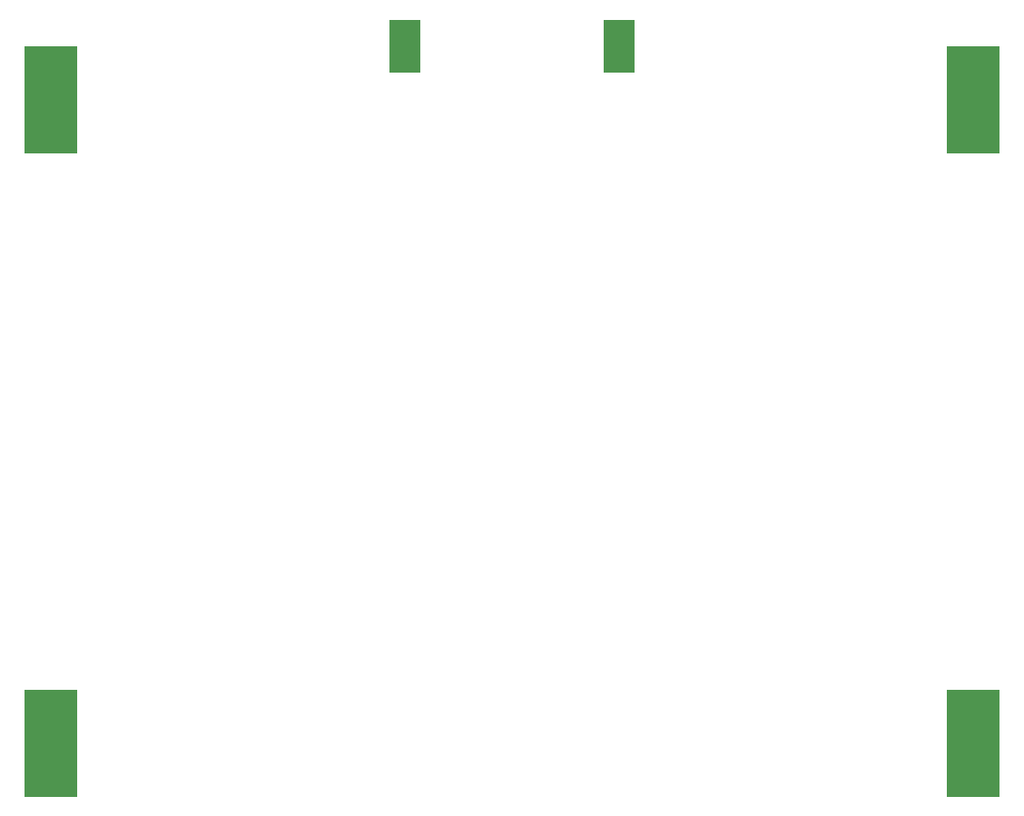
<source format=gbr>
G04 #@! TF.GenerationSoftware,KiCad,Pcbnew,(5.1.5)-3*
G04 #@! TF.CreationDate,2020-06-13T14:21:20+02:00*
G04 #@! TF.ProjectId,elektrode_v3_bipolar,656c656b-7472-46f6-9465-5f76335f6269,rev?*
G04 #@! TF.SameCoordinates,Original*
G04 #@! TF.FileFunction,Paste,Bot*
G04 #@! TF.FilePolarity,Positive*
%FSLAX46Y46*%
G04 Gerber Fmt 4.6, Leading zero omitted, Abs format (unit mm)*
G04 Created by KiCad (PCBNEW (5.1.5)-3) date 2020-06-13 14:21:20*
%MOMM*%
%LPD*%
G04 APERTURE LIST*
%ADD10R,5.000000X10.000000*%
%ADD11R,3.000000X5.000000*%
G04 APERTURE END LIST*
D10*
X57000000Y-70000000D03*
X57000000Y-130000000D03*
X143000000Y-130000000D03*
X143000000Y-70000000D03*
D11*
X110000000Y-65000000D03*
X90000000Y-65000000D03*
M02*

</source>
